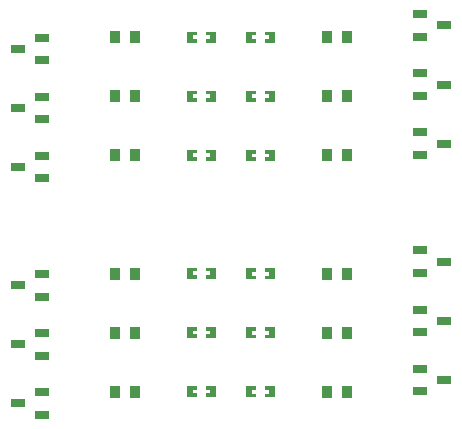
<source format=gtp>
G04 Layer: TopPasteMaskLayer*
G04 EasyEDA v6.5.20, 2023-08-22 23:15:59*
G04 a67cddfb3fce44daa9051d46cbbcc19f,10*
G04 Gerber Generator version 0.2*
G04 Scale: 100 percent, Rotated: No, Reflected: No *
G04 Dimensions in millimeters *
G04 leading zeros omitted , absolute positions ,4 integer and 5 decimal *
%FSLAX45Y45*%
%MOMM*%

%ADD10R,0.8999X1.0000*%
%ADD11R,1.2500X0.7000*%

%LPD*%
G36*
X2289454Y4045000D02*
G01*
X2284425Y4039971D01*
X2284425Y4017213D01*
X2321458Y4017213D01*
X2321458Y3984193D01*
X2284425Y3984193D01*
X2284425Y3960012D01*
X2289454Y3954983D01*
X2369413Y3954983D01*
X2374442Y3960012D01*
X2374442Y4039971D01*
X2369413Y4045000D01*
G37*
G36*
X2130450Y4045000D02*
G01*
X2125421Y4039971D01*
X2125421Y3960012D01*
X2130450Y3954983D01*
X2209444Y3954983D01*
X2214422Y3960012D01*
X2214422Y3984193D01*
X2176424Y3984193D01*
X2176424Y4017213D01*
X2214422Y4017213D01*
X2214422Y4039971D01*
X2209444Y4045000D01*
G37*
G36*
X2289454Y3544874D02*
G01*
X2284425Y3539845D01*
X2284425Y3517087D01*
X2321458Y3517087D01*
X2321458Y3484067D01*
X2284425Y3484067D01*
X2284425Y3459886D01*
X2289454Y3454857D01*
X2369413Y3454857D01*
X2374442Y3459886D01*
X2374442Y3539845D01*
X2369413Y3544874D01*
G37*
G36*
X2130450Y3544874D02*
G01*
X2125421Y3539845D01*
X2125421Y3459886D01*
X2130450Y3454857D01*
X2209444Y3454857D01*
X2214422Y3459886D01*
X2214422Y3484067D01*
X2176424Y3484067D01*
X2176424Y3517087D01*
X2214422Y3517087D01*
X2214422Y3539845D01*
X2209444Y3544874D01*
G37*
G36*
X2289454Y3045002D02*
G01*
X2284425Y3039973D01*
X2284425Y3017215D01*
X2321458Y3017215D01*
X2321458Y2984195D01*
X2284425Y2984195D01*
X2284425Y2960014D01*
X2289454Y2954985D01*
X2369413Y2954985D01*
X2374442Y2960014D01*
X2374442Y3039973D01*
X2369413Y3045002D01*
G37*
G36*
X2130450Y3045002D02*
G01*
X2125421Y3039973D01*
X2125421Y2960014D01*
X2130450Y2954985D01*
X2209444Y2954985D01*
X2214422Y2960014D01*
X2214422Y2984195D01*
X2176424Y2984195D01*
X2176424Y3017215D01*
X2214422Y3017215D01*
X2214422Y3039973D01*
X2209444Y3045002D01*
G37*
G36*
X2289454Y2045004D02*
G01*
X2284425Y2039975D01*
X2284425Y2017217D01*
X2321458Y2017217D01*
X2321458Y1984197D01*
X2284425Y1984197D01*
X2284425Y1960016D01*
X2289454Y1954987D01*
X2369413Y1954987D01*
X2374442Y1960016D01*
X2374442Y2039975D01*
X2369413Y2045004D01*
G37*
G36*
X2130450Y2045004D02*
G01*
X2125421Y2039975D01*
X2125421Y1960016D01*
X2130450Y1954987D01*
X2209444Y1954987D01*
X2214422Y1960016D01*
X2214422Y1984197D01*
X2176424Y1984197D01*
X2176424Y2017217D01*
X2214422Y2017217D01*
X2214422Y2039975D01*
X2209444Y2045004D01*
G37*
G36*
X2289454Y1544878D02*
G01*
X2284425Y1539849D01*
X2284425Y1517091D01*
X2321458Y1517091D01*
X2321458Y1484071D01*
X2284425Y1484071D01*
X2284425Y1459890D01*
X2289454Y1454861D01*
X2369413Y1454861D01*
X2374442Y1459890D01*
X2374442Y1539849D01*
X2369413Y1544878D01*
G37*
G36*
X2130450Y1544878D02*
G01*
X2125421Y1539849D01*
X2125421Y1459890D01*
X2130450Y1454861D01*
X2209444Y1454861D01*
X2214422Y1459890D01*
X2214422Y1484071D01*
X2176424Y1484071D01*
X2176424Y1517091D01*
X2214422Y1517091D01*
X2214422Y1539849D01*
X2209444Y1544878D01*
G37*
G36*
X2289454Y1045006D02*
G01*
X2284425Y1039977D01*
X2284425Y1017219D01*
X2321458Y1017219D01*
X2321458Y984199D01*
X2284425Y984199D01*
X2284425Y960018D01*
X2289454Y954989D01*
X2369413Y954989D01*
X2374442Y960018D01*
X2374442Y1039977D01*
X2369413Y1045006D01*
G37*
G36*
X2130450Y1045006D02*
G01*
X2125421Y1039977D01*
X2125421Y960018D01*
X2130450Y954989D01*
X2209444Y954989D01*
X2214422Y960018D01*
X2214422Y984199D01*
X2176424Y984199D01*
X2176424Y1017219D01*
X2214422Y1017219D01*
X2214422Y1039977D01*
X2209444Y1045006D01*
G37*
G36*
X2630576Y4045000D02*
G01*
X2625547Y4039971D01*
X2625547Y3960012D01*
X2630576Y3954983D01*
X2710535Y3954983D01*
X2715564Y3960012D01*
X2715564Y3982770D01*
X2678531Y3982770D01*
X2678531Y4015790D01*
X2715564Y4015790D01*
X2715564Y4039971D01*
X2710535Y4045000D01*
G37*
G36*
X2790545Y4045000D02*
G01*
X2785567Y4039971D01*
X2785567Y4015790D01*
X2823565Y4015790D01*
X2823565Y3982770D01*
X2785567Y3982770D01*
X2785567Y3960012D01*
X2790545Y3954983D01*
X2869539Y3954983D01*
X2874568Y3960012D01*
X2874568Y4039971D01*
X2869539Y4045000D01*
G37*
G36*
X2630576Y3544874D02*
G01*
X2625547Y3539845D01*
X2625547Y3459886D01*
X2630576Y3454857D01*
X2710535Y3454857D01*
X2715564Y3459886D01*
X2715564Y3482644D01*
X2678531Y3482644D01*
X2678531Y3515664D01*
X2715564Y3515664D01*
X2715564Y3539845D01*
X2710535Y3544874D01*
G37*
G36*
X2790545Y3544874D02*
G01*
X2785567Y3539845D01*
X2785567Y3515664D01*
X2823565Y3515664D01*
X2823565Y3482644D01*
X2785567Y3482644D01*
X2785567Y3459886D01*
X2790545Y3454857D01*
X2869539Y3454857D01*
X2874568Y3459886D01*
X2874568Y3539845D01*
X2869539Y3544874D01*
G37*
G36*
X2630576Y3045002D02*
G01*
X2625547Y3039973D01*
X2625547Y2960014D01*
X2630576Y2954985D01*
X2710535Y2954985D01*
X2715564Y2960014D01*
X2715564Y2982772D01*
X2678531Y2982772D01*
X2678531Y3015792D01*
X2715564Y3015792D01*
X2715564Y3039973D01*
X2710535Y3045002D01*
G37*
G36*
X2790545Y3045002D02*
G01*
X2785567Y3039973D01*
X2785567Y3015792D01*
X2823565Y3015792D01*
X2823565Y2982772D01*
X2785567Y2982772D01*
X2785567Y2960014D01*
X2790545Y2954985D01*
X2869539Y2954985D01*
X2874568Y2960014D01*
X2874568Y3039973D01*
X2869539Y3045002D01*
G37*
G36*
X2630576Y2045004D02*
G01*
X2625547Y2039975D01*
X2625547Y1960016D01*
X2630576Y1954987D01*
X2710535Y1954987D01*
X2715564Y1960016D01*
X2715564Y1982774D01*
X2678531Y1982774D01*
X2678531Y2015794D01*
X2715564Y2015794D01*
X2715564Y2039975D01*
X2710535Y2045004D01*
G37*
G36*
X2790545Y2045004D02*
G01*
X2785567Y2039975D01*
X2785567Y2015794D01*
X2823565Y2015794D01*
X2823565Y1982774D01*
X2785567Y1982774D01*
X2785567Y1960016D01*
X2790545Y1954987D01*
X2869539Y1954987D01*
X2874568Y1960016D01*
X2874568Y2039975D01*
X2869539Y2045004D01*
G37*
G36*
X2630576Y1544878D02*
G01*
X2625547Y1539849D01*
X2625547Y1459890D01*
X2630576Y1454861D01*
X2710535Y1454861D01*
X2715564Y1459890D01*
X2715564Y1482648D01*
X2678531Y1482648D01*
X2678531Y1515668D01*
X2715564Y1515668D01*
X2715564Y1539849D01*
X2710535Y1544878D01*
G37*
G36*
X2790545Y1544878D02*
G01*
X2785567Y1539849D01*
X2785567Y1515668D01*
X2823565Y1515668D01*
X2823565Y1482648D01*
X2785567Y1482648D01*
X2785567Y1459890D01*
X2790545Y1454861D01*
X2869539Y1454861D01*
X2874568Y1459890D01*
X2874568Y1539849D01*
X2869539Y1544878D01*
G37*
G36*
X2630576Y1045006D02*
G01*
X2625547Y1039977D01*
X2625547Y960018D01*
X2630576Y954989D01*
X2710535Y954989D01*
X2715564Y960018D01*
X2715564Y982776D01*
X2678531Y982776D01*
X2678531Y1015796D01*
X2715564Y1015796D01*
X2715564Y1039977D01*
X2710535Y1045006D01*
G37*
G36*
X2790545Y1045006D02*
G01*
X2785567Y1039977D01*
X2785567Y1015796D01*
X2823565Y1015796D01*
X2823565Y982776D01*
X2785567Y982776D01*
X2785567Y960018D01*
X2790545Y954989D01*
X2869539Y954989D01*
X2874568Y960018D01*
X2874568Y1039977D01*
X2869539Y1045006D01*
G37*
D10*
G01*
X1684992Y1999995D03*
G01*
X1514990Y1999995D03*
G01*
X1684992Y1499996D03*
G01*
X1514990Y1499996D03*
G01*
X1684992Y999997D03*
G01*
X1514990Y999997D03*
G01*
X3314997Y3999992D03*
G01*
X3484999Y3999992D03*
G01*
X3314997Y3499993D03*
G01*
X3484999Y3499993D03*
G01*
X3314997Y2999994D03*
G01*
X3484999Y2999994D03*
G01*
X3314997Y1999995D03*
G01*
X3484999Y1999995D03*
G01*
X3314997Y1499996D03*
G01*
X3484999Y1499996D03*
G01*
X3314997Y999997D03*
G01*
X3484999Y999997D03*
D11*
G01*
X899998Y1805000D03*
G01*
X899998Y1994992D03*
G01*
X699998Y1899996D03*
G01*
X899998Y805002D03*
G01*
X899998Y994994D03*
G01*
X699998Y899998D03*
D10*
G01*
X1684997Y3999992D03*
G01*
X1514995Y3999992D03*
G01*
X1684997Y3499993D03*
G01*
X1514995Y3499993D03*
G01*
X1684997Y2999994D03*
G01*
X1514995Y2999994D03*
D11*
G01*
X899998Y3804996D03*
G01*
X899998Y3994988D03*
G01*
X699998Y3899992D03*
G01*
X899998Y3304997D03*
G01*
X899998Y3494989D03*
G01*
X699998Y3399993D03*
G01*
X899998Y2804998D03*
G01*
X899998Y2994990D03*
G01*
X699998Y2899994D03*
G01*
X4099991Y4194987D03*
G01*
X4099991Y4004995D03*
G01*
X4299991Y4099991D03*
G01*
X4099991Y3694988D03*
G01*
X4099991Y3504996D03*
G01*
X4299991Y3599992D03*
G01*
X4099991Y3194989D03*
G01*
X4099991Y3004997D03*
G01*
X4299991Y3099993D03*
G01*
X4099991Y2194991D03*
G01*
X4099991Y2004999D03*
G01*
X4299991Y2099995D03*
G01*
X4099991Y1694992D03*
G01*
X4099991Y1505000D03*
G01*
X4299991Y1599996D03*
G01*
X4099991Y1194993D03*
G01*
X4099991Y1005001D03*
G01*
X4299991Y1099997D03*
G01*
X899998Y1305001D03*
G01*
X899998Y1494993D03*
G01*
X699998Y1399997D03*
M02*

</source>
